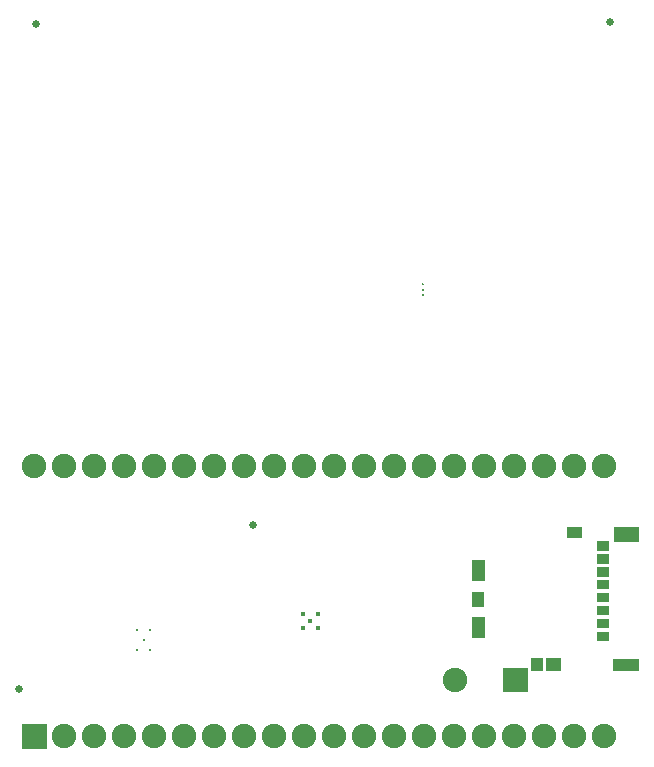
<source format=gbr>
G04 start of page 8 for group -4062 idx -4062 *
G04 Title: (unknown), soldermask *
G04 Creator: pcb 20140316 *
G04 CreationDate: Fri Aug 26 09:03:46 2016 UTC *
G04 For: clemi *
G04 Format: Gerber/RS-274X *
G04 PCB-Dimensions (mil): 6000.00 5000.00 *
G04 PCB-Coordinate-Origin: lower left *
%MOIN*%
%FSLAX25Y25*%
%LNBOTTOMMASK*%
%ADD128R,0.0436X0.0436*%
%ADD127R,0.0499X0.0499*%
%ADD126R,0.0376X0.0376*%
%ADD125R,0.0306X0.0306*%
%ADD124R,0.0384X0.0384*%
%ADD123R,0.0443X0.0443*%
%ADD122R,0.0404X0.0404*%
%ADD121C,0.0260*%
%ADD120C,0.0067*%
%ADD119C,0.0107*%
%ADD118C,0.0127*%
%ADD117C,0.0001*%
%ADD116C,0.0132*%
%ADD115C,0.0148*%
%ADD114C,0.0817*%
G54D114*X443661Y127441D03*
X453661D03*
X463661D03*
X473661D03*
X483661D03*
G54D115*X458015Y168406D03*
X455652Y166043D03*
X453290Y168406D03*
Y163681D03*
X458015D03*
G54D116*X400000Y159528D03*
X397835Y162874D03*
Y156181D03*
X402165Y162874D03*
Y156181D03*
G54D114*X393661Y127441D03*
X403661D03*
X413661D03*
X423661D03*
G54D117*G36*
X359574Y131528D02*Y123354D01*
X367748D01*
Y131528D01*
X359574D01*
G37*
G54D114*X373661Y127441D03*
X383661D03*
X433661D03*
X493661D03*
X503661D03*
X513661D03*
X523661D03*
X533661D03*
X543661D03*
X553661D03*
Y217441D03*
X543661D03*
G54D117*G36*
X519862Y150300D02*Y142126D01*
X528036D01*
Y150300D01*
X519862D01*
G37*
G54D114*X503870Y146213D03*
G54D118*X493307Y276378D03*
G54D119*Y274606D03*
G54D120*Y278150D03*
G54D114*X533661Y217441D03*
X523661D03*
X513661D03*
X503661D03*
X493661D03*
X483661D03*
X473661D03*
X463661D03*
X453661D03*
X443661D03*
X433661D03*
X423661D03*
X413661D03*
X403661D03*
X393661D03*
X383661D03*
X373661D03*
X363661D03*
G54D121*X555512Y365748D03*
X358661Y143307D03*
X436614Y198031D03*
X364173Y364961D03*
G54D122*X558366Y151280D02*X563169D01*
G54D123*X536358Y151476D02*X536949D01*
G54D124*X531102Y151772D02*Y151181D01*
G54D125*X552795Y160630D02*X553780D01*
X552795Y164961D02*X553780D01*
X552795Y169291D02*X553780D01*
X552795Y173622D02*X553780D01*
X552795Y177953D02*X553780D01*
X552795Y182283D02*X553780D01*
X552795Y186614D02*X553780D01*
G54D126*X542953Y195315D02*X544409D01*
G54D127*X559390Y194705D02*X562697D01*
G54D125*X552795Y190945D02*X553780D01*
G54D128*X511752Y183996D02*Y181358D01*
G54D126*X511457Y173858D02*Y172598D01*
G54D128*X511752Y165098D02*Y162461D01*
M02*

</source>
